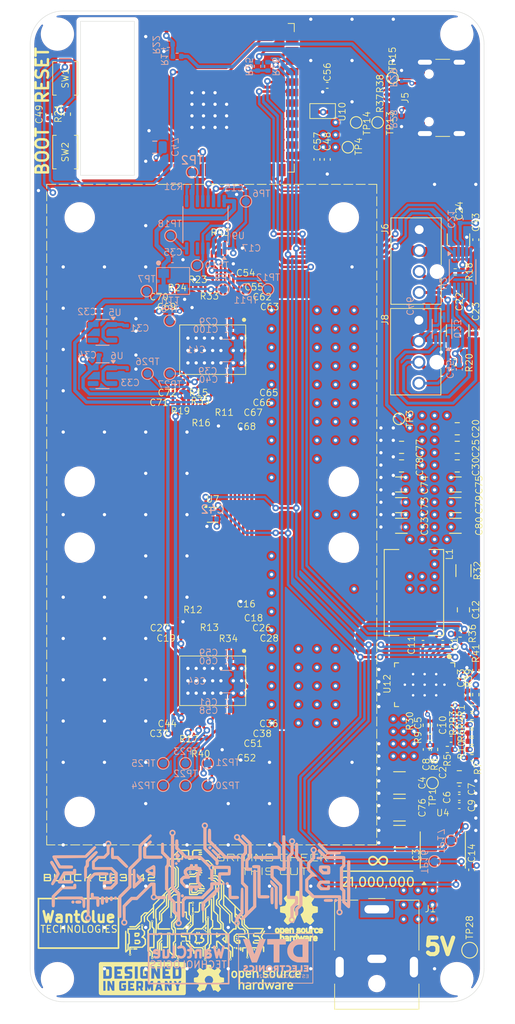
<source format=kicad_pcb>
(kicad_pcb
	(version 20240108)
	(generator "pcbnew")
	(generator_version "8.0")
	(general
		(thickness 1.6)
		(legacy_teardrops no)
	)
	(paper "A4")
	(layers
		(0 "F.Cu" signal)
		(1 "In1.Cu" power)
		(2 "In2.Cu" jumper)
		(3 "In3.Cu" jumper)
		(4 "In4.Cu" power)
		(31 "B.Cu" signal)
		(32 "B.Adhes" user "B.Adhesive")
		(33 "F.Adhes" user "F.Adhesive")
		(34 "B.Paste" user)
		(35 "F.Paste" user)
		(36 "B.SilkS" user "B.Silkscreen")
		(37 "F.SilkS" user "F.Silkscreen")
		(38 "B.Mask" user)
		(39 "F.Mask" user)
		(40 "Dwgs.User" user "User.Drawings")
		(41 "Cmts.User" user "User.Comments")
		(42 "Eco1.User" user "User.Eco1")
		(43 "Eco2.User" user "User.Eco2")
		(44 "Edge.Cuts" user)
		(45 "Margin" user)
		(46 "B.CrtYd" user "B.Courtyard")
		(47 "F.CrtYd" user "F.Courtyard")
		(48 "B.Fab" user)
		(49 "F.Fab" user)
		(50 "User.1" user)
		(51 "User.2" user)
		(52 "User.3" user)
		(53 "User.4" user)
		(54 "User.5" user)
		(55 "User.6" user)
		(56 "User.7" user)
		(57 "User.8" user)
		(58 "User.9" user)
	)
	(setup
		(stackup
			(layer "F.SilkS"
				(type "Top Silk Screen")
			)
			(layer "F.Paste"
				(type "Top Solder Paste")
			)
			(layer "F.Mask"
				(type "Top Solder Mask")
				(thickness 0.01)
			)
			(layer "F.Cu"
				(type "copper")
				(thickness 0.035)
			)
			(layer "dielectric 1"
				(type "prepreg")
				(thickness 0.1)
				(material "FR4")
				(epsilon_r 4.5)
				(loss_tangent 0.02)
			)
			(layer "In1.Cu"
				(type "copper")
				(thickness 0.035)
			)
			(layer "dielectric 2"
				(type "core")
				(thickness 0.535)
				(material "FR4")
				(epsilon_r 4.5)
				(loss_tangent 0.02)
			)
			(layer "In2.Cu"
				(type "copper")
				(thickness 0.035)
			)
			(layer "dielectric 3"
				(type "prepreg")
				(thickness 0.1)
				(material "FR4")
				(epsilon_r 4.5)
				(loss_tangent 0.02)
			)
			(layer "In3.Cu"
				(type "copper")
				(thickness 0.035)
			)
			(layer "dielectric 4"
				(type "core")
				(thickness 0.535)
				(material "FR4")
				(epsilon_r 4.5)
				(loss_tangent 0.02)
			)
			(layer "In4.Cu"
				(type "copper")
				(thickness 0.035)
			)
			(layer "dielectric 5"
				(type "prepreg")
				(thickness 0.1)
				(material "FR4")
				(epsilon_r 4.5)
				(loss_tangent 0.02)
			)
			(layer "B.Cu"
				(type "copper")
				(thickness 0.035)
			)
			(layer "B.Mask"
				(type "Bottom Solder Mask")
				(thickness 0.01)
			)
			(layer "B.Paste"
				(type "Bottom Solder Paste")
			)
			(layer "B.SilkS"
				(type "Bottom Silk Screen")
			)
			(copper_finish "ENIG")
			(dielectric_constraints no)
		)
		(pad_to_mask_clearance 0)
		(allow_soldermask_bridges_in_footprints no)
		(pcbplotparams
			(layerselection 0x00010fc_ffffffff)
			(plot_on_all_layers_selection 0x0000000_00000000)
			(disableapertmacros no)
			(usegerberextensions no)
			(usegerberattributes yes)
			(usegerberadvancedattributes yes)
			(creategerberjobfile no)
			(dashed_line_dash_ratio 12.000000)
			(dashed_line_gap_ratio 3.000000)
			(svgprecision 4)
			(plotframeref no)
			(viasonmask no)
			(mode 1)
			(useauxorigin no)
			(hpglpennumber 1)
			(hpglpenspeed 20)
			(hpglpendiameter 15.000000)
			(pdf_front_fp_property_popups yes)
			(pdf_back_fp_property_popups yes)
			(dxfpolygonmode yes)
			(dxfimperialunits yes)
			(dxfusepcbnewfont yes)
			(psnegative no)
			(psa4output no)
			(plotreference yes)
			(plotvalue no)
			(plotfptext yes)
			(plotinvisibletext no)
			(sketchpadsonfab no)
			(subtractmaskfromsilk yes)
			(outputformat 1)
			(mirror no)
			(drillshape 0)
			(scaleselection 1)
			(outputdirectory "../gerber/")
		)
	)
	(net 0 "")
	(net 1 "GND")
	(net 2 "Net-(U9-OE)")
	(net 3 "Net-(U12-DRTN)")
	(net 4 "VDD")
	(net 5 "unconnected-(U8-GPIO9{slash}TOUCH9{slash}ADC1_CH8{slash}FSPIHD{slash}SUBSPIHD-Pad17)")
	(net 6 "/Domain/0V8")
	(net 7 "/ESP32/USB_D-")
	(net 8 "/ESP32/USB_D+")
	(net 9 "unconnected-(J5-SBU2-PadB8)")
	(net 10 "Net-(J5-D+-PadA6)")
	(net 11 "Net-(J5-D--PadA7)")
	(net 12 "unconnected-(J5-SBU1-PadA8)")
	(net 13 "Net-(J5-CC1)")
	(net 14 "Net-(J5-CC2)")
	(net 15 "/ESP32/IO0")
	(net 16 "unconnected-(U3-PIN_MODE-Pad19)")
	(net 17 "/Domain/1V2")
	(net 18 "Net-(U12-BP1V5)")
	(net 19 "Net-(C2-Pad1)")
	(net 20 "/Power/AGND")
	(net 21 "Net-(U12-AVIN)")
	(net 22 "Net-(U3-LITE_PAD)")
	(net 23 "Net-(U9-A1)")
	(net 24 "Net-(J5-VBUS-PadA4)")
	(net 25 "Net-(U3-CI)")
	(net 26 "Net-(U13-RI)")
	(net 27 "Net-(U13-NRSTO)")
	(net 28 "Net-(U3-RI)")
	(net 29 "Net-(U3-BI)")
	(net 30 "Net-(U3-ROSC_SEL)")
	(net 31 "Net-(U13-ROSC_SEL)")
	(net 32 "Net-(U12-EN{slash}UVLO)")
	(net 33 "Net-(U12-VDD5)")
	(net 34 "Net-(U12-BOOT)")
	(net 35 "/Power/SW")
	(net 36 "Net-(C12-Pad1)")
	(net 37 "Net-(U12-GOSNS)")
	(net 38 "/Domain/I_BI")
	(net 39 "Net-(U3-RO)")
	(net 40 "Net-(U3-CLKI)")
	(net 41 "Net-(U13-CLKO)")
	(net 42 "/Domain/NRSTO")
	(net 43 "/Domain/I_RO")
	(net 44 "unconnected-(U5-PG-Pad4)")
	(net 45 "unconnected-(U6-PG-Pad4)")
	(net 46 "Net-(U12-VOSNS)")
	(net 47 "unconnected-(U8-*GPIO46-Pad16)")
	(net 48 "unconnected-(U8-GPIO4{slash}TOUCH4{slash}ADC1_CH3-Pad4)")
	(net 49 "unconnected-(U8-GPIO5{slash}TOUCH5{slash}ADC1_CH4-Pad5)")
	(net 50 "unconnected-(U8-*GPIO45-Pad26)")
	(net 51 "/Domain/CLKI")
	(net 52 "Net-(U5-EN)")
	(net 53 "unconnected-(U8-U0RXD{slash}GPIO44{slash}CLK_OUT2-Pad36)")
	(net 54 "unconnected-(U8-GPIO21-Pad23)")
	(net 55 "unconnected-(U10-NC-Pad4)")
	(net 56 "unconnected-(U8-U0TXD{slash}GPIO43{slash}CLK_OUT1-Pad37)")
	(net 57 "/TX")
	(net 58 "/RX")
	(net 59 "/RST")
	(net 60 "Net-(U6-EN)")
	(net 61 "Net-(U13-LITE_PAD)")
	(net 62 "unconnected-(U13-PIN_MODE-Pad19)")
	(net 63 "Net-(U9-B4)")
	(net 64 "/Domain/I_CI")
	(net 65 "/Domain/I_NRSTI")
	(net 66 "Net-(U9-DIR4)")
	(net 67 "VIN")
	(net 68 "unconnected-(U4-NC-Pad13)")
	(net 69 "Net-(U12-MSEL1)")
	(net 70 "Net-(U3-VDD1_0)")
	(net 71 "Net-(U3-VDD2_0)")
	(net 72 "/ESP32/VDD_SAMPLE_0")
	(net 73 "Net-(U3-VDD3_0)")
	(net 74 "Net-(U3-VDD3_1)")
	(net 75 "Net-(U3-VDD2_1)")
	(net 76 "unconnected-(U7-ALERT-Pad3)")
	(net 77 "/Fan/FAN1_TACH")
	(net 78 "/Fan/FAN1_PWM")
	(net 79 "/Fan/FAN2_TACH")
	(net 80 "/Fan/FAN2_PWM")
	(net 81 "unconnected-(U2-*ALERT-Pad10)")
	(net 82 "unconnected-(U2-CLK-Pad9)")
	(net 83 "Net-(U3-VDD1_1)")
	(net 84 "Net-(U13-VDD1_0)")
	(net 85 "Net-(U13-VDD2_0)")
	(net 86 "unconnected-(U9-A4-Pad6)")
	(net 87 "Net-(U13-VDD3_0)")
	(net 88 "Net-(U13-VDD3_1)")
	(net 89 "Net-(U13-VDD2_1)")
	(net 90 "/SCL")
	(net 91 "/SDA")
	(net 92 "Net-(U13-VDD1_1)")
	(net 93 "unconnected-(U8-GPIO7{slash}TOUCH7{slash}ADC1_CH6-Pad7)")
	(net 94 "Net-(U12-MSEL2)")
	(net 95 "unconnected-(U8-GPIO15{slash}U0RTS{slash}ADC2_CH4{slash}XTAL_32K_P-Pad8)")
	(net 96 "unconnected-(U8-GPIO10{slash}TOUCH10{slash}ADC1_CH9{slash}FSPICS0{slash}FSPIIO4{slash}SUBSPICS0-Pad18)")
	(net 97 "unconnected-(U8-SPIIO6{slash}GPIO35{slash}FSPID{slash}SUBSPID-Pad28)")
	(net 98 "unconnected-(U8-SPIDQS{slash}GPIO37{slash}FSPIQ{slash}SUBSPIQ-Pad30)")
	(net 99 "unconnected-(U8-GPIO38{slash}FSPIWP{slash}SUBSPIWP-Pad31)")
	(net 100 "unconnected-(U8-SPIIO7{slash}GPIO36{slash}FSPICLK{slash}SUBSPICLK-Pad29)")
	(net 101 "unconnected-(U13-INV_CLKO-Pad12)")
	(net 102 "unconnected-(U3-INV_CLKO-Pad12)")
	(net 103 "Net-(U12-ADRSEL)")
	(net 104 "unconnected-(U8-GPIO11{slash}TOUCH11{slash}ADC2_CH0{slash}FSPID{slash}FSPIIO5{slash}SUBSPID-Pad19)")
	(net 105 "unconnected-(U8-GPIO12{slash}TOUCH12{slash}ADC2_CH1{slash}FSPICLK{slash}FSPIIO6{slash}SUBSPICLK-Pad20)")
	(net 106 "/ESP32/EN")
	(net 107 "unconnected-(U8-GPIO6{slash}TOUCH6{slash}ADC1_CH5-Pad6)")
	(net 108 "Net-(U3-CO)")
	(net 109 "Net-(U3-CLKO)")
	(net 110 "/Fan/PWM2")
	(net 111 "/Fan/PWM1")
	(net 112 "Net-(U3-BO)")
	(net 113 "Net-(U3-TEMP_N)")
	(net 114 "3V3")
	(net 115 "Net-(U3-TEMP_P)")
	(net 116 "Net-(U13-TEMP_N)")
	(net 117 "Net-(U13-CO)")
	(net 118 "Net-(U13-BO)")
	(net 119 "Net-(U13-TEMP_P)")
	(net 120 "+5V")
	(net 121 "Net-(U12-VSEL)")
	(net 122 "/Power/PGOOD")
	(net 123 "/ESP32/INA_ALRT")
	(net 124 "unconnected-(U8-MTDI{slash}GPIO41{slash}CLK_OUT1-Pad34)")
	(net 125 "unconnected-(U8-MTMS{slash}GPIO42-Pad35)")
	(net 126 "unconnected-(U8-MTCK{slash}GPIO39{slash}CLK_OUT3{slash}SUBSPICS1-Pad32)")
	(net 127 "unconnected-(U8-MTDO{slash}GPIO40{slash}CLK_OUT2-Pad33)")
	(net 128 "/ESP32/PWR_EN")
	(net 129 "/Power/SMB_ALRT")
	(net 130 "unconnected-(U12-SYNC-Pad38)")
	(net 131 "unconnected-(U12-NC-Pad36)")
	(net 132 "unconnected-(U12-BCX_CLK-Pad39)")
	(net 133 "unconnected-(U12-VSHARE-Pad35)")
	(net 134 "unconnected-(U12-BCX_DAT-Pad40)")
	(footprint "Capacitor_SMD:C_0402_1005Metric" (layer "F.Cu") (at 69.386483 64.247262 90))
	(footprint "BitForgeNano:R_0201_0603Metric" (layer "F.Cu") (at 86.85 86.3125))
	(footprint "bitaxe:NetTie-0.25mm" (layer "F.Cu") (at 119.596483 131.726762 90))
	(footprint "LOGO" (layer "F.Cu") (at 109.377901 156.169638))
	(footprint "BitForgeNano:SW_CS1213AGF260_CRS" (layer "F.Cu") (at 71.386483 68.817762 90))
	(footprint "BitForgeNano:BM1368" (layer "F.Cu") (at 89.25 132.85 -90))
	(footprint "BitForgeNano:" (layer "F.Cu") (at 118.836483 168.926773 90))
	(footprint "BitForgeNano:C_0201_0603Metric" (layer "F.Cu") (at 94.15 138.05 180))
	(footprint "BitForgeNano:C_0201_0603Metric" (layer "F.Cu") (at 84.73 86.3625))
	(footprint "Capacitor_SMD:C_1206_3216Metric" (layer "F.Cu") (at 112.111483 114.076762 180))
	(footprint "BitForgeNano:TestPoint_Pad_D1.0mm" (layer "F.Cu") (at 105.636483 68.226762))
	(footprint "Capacitor_SMD:C_0402_1005Metric" (layer "F.Cu") (at 114.736483 128.326762 180))
	(footprint "BitForgeNano:" (layer "F.Cu") (at 70.436483 54.526773 90))
	(footprint "BitForgeNano:C_0201_0603Metric" (layer "F.Cu") (at 85.73 127.65))
	(footprint "BitForgeNano:R_0201_0603Metric" (layer "F.Cu") (at 89.45 98.0625 180))
	(footprint "Capacitor_SMD:C_0402_1005Metric" (layer "F.Cu") (at 121.136483 90.326762 90))
	(footprint "BitForgeNano:C_0201_0603Metric" (layer "F.Cu") (at 94.15 97.9625 180))
	(footprint "Capacitor_SMD:C_0805_2012Metric" (layer "F.Cu") (at 118.886483 104.576762))
	(footprint "BitForgeNano:BM1368" (layer "F.Cu") (at 89.25 92.75 -90))
	(footprint "Capacitor_SMD:C_0402_1005Metric" (layer "F.Cu") (at 103.136483 60.726762 180))
	(footprint "BitForgeNano:470531000" (layer "F.Cu") (at 114.236483 89.186762 -90))
	(footprint "Capacitor_SMD:C_1206_3216Metric" (layer "F.Cu") (at 118.661483 109.076762))
	(footprint "BitForgeNano:C_0201_0603Metric" (layer "F.Cu") (at 92.25 85.1625))
	(footprint "Capacitor_SMD:C_0402_1005Metric" (layer "F.Cu") (at 101.886483 69.706762 -90))
	(footprint "Resistor_SMD:R_0402_1005Metric" (layer "F.Cu") (at 120.676483 138.176762 180))
	(footprint "Resistor_SMD:R_0201_0603Metric" (layer "F.Cu") (at 86.85 85.2125))
	(footprint "BitForgeNano:C_0201_0603Metric" (layer "F.Cu") (at 91.75 123.55 -90))
	(footprint "Capacitor_SMD:C_1210_3225Metric" (layer "F.Cu") (at 119.036483 79.426762 90))
	(footprint "BitForgeNano:470531000" (layer "F.Cu") (at 114.275334 78.206162 -90))
	(footprint "Capacitor_SMD:C_0805_2012Metric" (layer "F.Cu") (at 118.886483 102.326762))
	(footprint "BitForgeNano:TSSOP-16_4.4x5mm_P0.65mm"
		(layer "F.Cu")
		(uuid "285c9b77-9625-4af6-8b2f-ac2efbade771")
		(at 117.136483 153.346762 90)
		(descr "TSSOP, 16 Pin (JEDEC MO-153 Var AB https://www.jedec.org/document_search?search_api_views_fulltext=MO-153), generated with kicad-footprint-generator ipc_gullwing_generator.py")
		(tags "TSSOP SO")
		(property "Reference" "U4"
			(at 4.5 0 0)
			(unlocked yes)
			(layer "F.SilkS")
			(uuid "69544eee-848d-47b9-8b37-ce7a7e1da671")
			(effects
				(font
					(size 0.8 0.8)
					(thickness 0.1)
				)
			)
		)
		(property "Value" "INA260"
			(at 0 3.45 90)
			(layer "F.Fab")
			(uuid "2d060a39-4631-42ba-bf4b-4b9303c68686")
			(effects
				(font
					(size 1 1)
					(thickness 0.15)
				)
			)
		)
		(property "Footprint" "BitForgeNano:TSSOP-16_4.4x5mm_P0.65mm"
			(at 0 0 90)
			(unlocked yes)
			(layer "F.Fab")
			(hide yes)
			(uuid "f721b03d-50f4-420f-a740-783f735c5fd1")
			(effects
				(font
					(size 1.27 1.27)
					(thickness 0.15)
				)
			)
		)
		(property "Datasheet" "http://www.ti.com/lit/ds/symlink/ina260.pdf"
			(at 0 0 90)
			(unlocked yes)
			(layer "F.Fab")
			(hide yes)
			(uuid "9e6a802f-a943-42d3-9674-689c6d8a1038")
			(effects
				(font
					(size 1.27 1.27)
					(thickness 0.15)
				)
			)
		)
		(property "Description" ""
			(at 0 0 90)
			(unlocked yes)
			(layer "F.Fab")
			(hide yes)
			(uuid "45e59bd2-55c8-4ac9-a7aa-816c42d6dfa6")
			(effects
				(font
					(size 1.27 1.27)
					(thickness 0.15)
				)
			)
		)
		(property "PARTNO" "INA260AIPW"
			(at 0 0 90)
			(unlocked yes)
			(layer "F.Fab")
			(hide yes)
			(uuid "0dfd4b95-7ef7-4206-adf9-86306700bc35")
			(effects
				(font
					(size 1 1)
					(thickness 0.15)
				)
			)
		)
		(property "DK" "296-45218-5-ND"
			(at 0 0 90)
			(unlocked yes)
			(layer "F.Fab")
			(hide yes)
			(uuid "8e5043fe-5bc6-4cc3-95bd-4d74496a9b70")
			(effects
				(font
					(size 1 1)
					(thickness 0.15)
				)
			)
		)
		(property "Symbol" ""
			(at 0 0 90)
			(unlocked yes)
			(layer "F.Fab")
			(hide yes)
			(uuid "b6bb71c1-5120-43f6-8144-9341597d68a1")
			(effects
				(font
					(size 1 1)
					(thickness 0.15)
				)
			)
		)
		(property ki_fp_filters "TSSOP*4.4x5mm*P0.65mm*")
		(path "/36c1fe60-bc71-4a38-b1da-34ab9d3681cc/5b310129-c6e6-42e1-a33c-f590c3a6f11a")
		(sheetname "Power")
		(sheetfile "Power.kicad_sch")
		(attr smd)
		(fp_line
			(start 0 -2.735)
			(end 2.2 -2.735)
			(stroke
				(width 0.12)
				(type solid)
			)
			(layer "F.SilkS")
			(uuid "fa035546-5ce4-4da0-85a7-0f639e8f26e1")
		)
		(fp_line
			(start 0 -2.735)
			(end -2.2 -2.735)
			(stroke
				(width 0.12)
				(type solid)
			)
			(layer "F.SilkS")
			(uuid "482a20df-d24b-4944-bac3-597cf64c035f")
		)
		(fp_line
			(start 0 2.735)
			(end 2.2 2.735)
			(stroke
				(width 0.12)
				(type solid)
			)
			(layer "F.SilkS")
			(uuid "2da525a3-70c2-41b8-a778-027082e7d807")
		)
		(fp_line
			(start 0 2.735)
			(end -2.2 2.735)
			(stroke
				(width 0.12)
				(type solid)
			)
			(layer "F.SilkS")
			(uuid "688f90bf-eeeb-4216-b66a-345a1ffacf90")
		)
		(fp_poly
			(pts
				(xy -3.86 -2.275) (xy -4.19 -2.515) (xy -4.19 -2.035) (xy -3.86 -2.275)
			)
			(stroke
				(width 0.12)
				(type solid)
			)
			(fill solid)
			(layer "F.SilkS")
			(uuid "3c58161c-2571-4a1f-87b1-bc23d8ef348b")
		)
		(fp_line
			(start 3.85 -2.75)
			(end -3.85 -2.75)
			(stroke
				(width 0.05)
				(type solid)
			)
			(layer "F.CrtYd")
			(uuid "3255e2ea-2ebe-4ac4-ab12-868bd8403213")
		)
		(fp_line
			(start -3.85 -2.75)
			(end -3.85 2.75)
			(stroke
				(width 0.05)
				(type solid)
			)
			(layer "F.CrtYd")
			(uuid "9448a461-6f5f-4c64-9a7a-47379d0cbfe7")
		)
		(fp_line
			(start 3.85 2.75)
			(end 3.85 -2.75)
			(stroke
				(width 0.05)
				(type solid)
			)
			(layer "F.CrtYd")
			(uuid "07e1b1c8-f01c-4ab3-a330-6dca5caccba8")
		)
		(fp_line
			(start -3.85 2.75)
			(end 3.85 2.75)
			(stroke
				(width 0.05)
				(type solid)
			)
			(layer "F.CrtYd")
			(uuid "def5740a-1cbc-4615-976c-409097c2b092")
		)
		(fp_line
			(start 2.2 -2.5)
			(end 2.2 2.5)
... [4527031 chars truncated]
</source>
